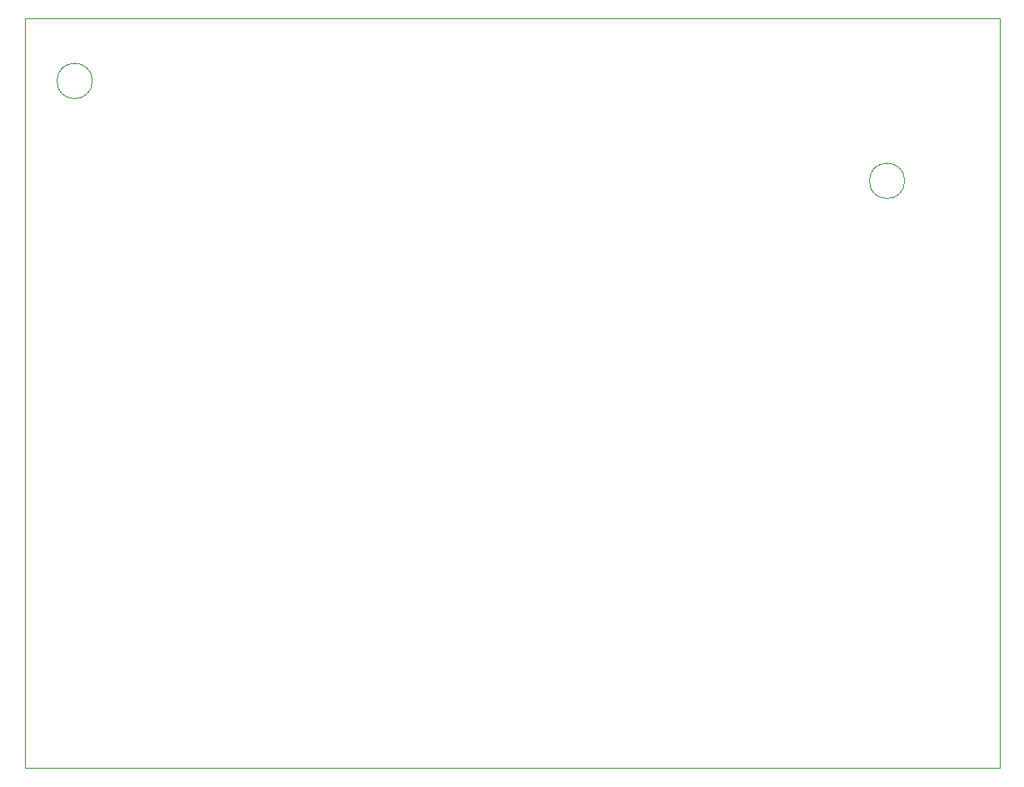
<source format=gm1>
G04 #@! TF.GenerationSoftware,KiCad,Pcbnew,5.1.4+dfsg1-1*
G04 #@! TF.CreationDate,2019-08-20T23:47:00-04:00*
G04 #@! TF.ProjectId,hello_world,68656c6c-6f5f-4776-9f72-6c642e6b6963,v01*
G04 #@! TF.SameCoordinates,Original*
G04 #@! TF.FileFunction,Profile,NP*
%FSLAX46Y46*%
G04 Gerber Fmt 4.6, Leading zero omitted, Abs format (unit mm)*
G04 Created by KiCad (PCBNEW 5.1.4+dfsg1-1) date 2019-08-20 23:47:00*
%MOMM*%
%LPD*%
G04 APERTURE LIST*
%ADD10C,0.050000*%
G04 APERTURE END LIST*
D10*
X118636051Y-71120000D02*
G75*
G03X118636051Y-71120000I-1796051J0D01*
G01*
X201186051Y-81280000D02*
G75*
G03X201186051Y-81280000I-1796051J0D01*
G01*
X111760000Y-66040000D02*
X111760000Y-64770000D01*
X111760000Y-140970000D02*
X111760000Y-66040000D01*
X210820000Y-140970000D02*
X111760000Y-140970000D01*
X210820000Y-64770000D02*
X210820000Y-140970000D01*
X111760000Y-64770000D02*
X210820000Y-64770000D01*
M02*

</source>
